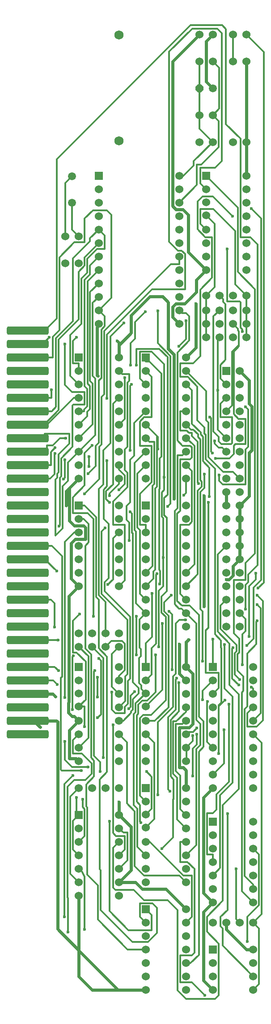
<source format=gtl>
G04 Layer_Physical_Order=1*
G04 Layer_Color=255*
%FSLAX44Y44*%
%MOMM*%
G71*
G01*
G75*
G04:AMPARAMS|DCode=10|XSize=1.57mm|YSize=8mm|CornerRadius=0.3925mm|HoleSize=0mm|Usage=FLASHONLY|Rotation=90.000|XOffset=0mm|YOffset=0mm|HoleType=Round|Shape=RoundedRectangle|*
%AMROUNDEDRECTD10*
21,1,1.5700,7.2150,0,0,90.0*
21,1,0.7850,8.0000,0,0,90.0*
1,1,0.7850,3.6075,0.3925*
1,1,0.7850,3.6075,-0.3925*
1,1,0.7850,-3.6075,-0.3925*
1,1,0.7850,-3.6075,0.3925*
%
%ADD10ROUNDEDRECTD10*%
%ADD11C,0.3000*%
%ADD12C,0.6000*%
%ADD13C,1.5240*%
%ADD14R,1.5240X1.5240*%
%ADD15C,1.5000*%
%ADD16P,1.6236X8X202.5*%
%ADD17C,1.7500*%
%ADD18C,0.6000*%
D10*
X-45720Y1282700D02*
D03*
Y673100D02*
D03*
Y647700D02*
D03*
Y1308100D02*
D03*
Y1206500D02*
D03*
Y1231900D02*
D03*
Y1257300D02*
D03*
Y1104900D02*
D03*
Y1130300D02*
D03*
Y1155700D02*
D03*
Y1181100D02*
D03*
Y1003300D02*
D03*
Y1028700D02*
D03*
Y1054100D02*
D03*
Y1079500D02*
D03*
Y901700D02*
D03*
Y927100D02*
D03*
Y952500D02*
D03*
Y977900D02*
D03*
Y800100D02*
D03*
Y825500D02*
D03*
Y850900D02*
D03*
Y876300D02*
D03*
Y723900D02*
D03*
Y749300D02*
D03*
Y774700D02*
D03*
Y698500D02*
D03*
Y622300D02*
D03*
Y596900D02*
D03*
Y571500D02*
D03*
Y546100D02*
D03*
D11*
X198921Y1109179D02*
X200661Y1107439D01*
X198921Y1013268D02*
Y1109179D01*
X177800Y1249173D02*
X184659D01*
X254000Y550164D02*
X267209D01*
X354077Y1278129D02*
Y1281176D01*
X313945Y1195324D02*
Y1295400D01*
Y1121155D02*
Y1195324D01*
X212853Y1007077D02*
Y1030732D01*
X315977Y598424D02*
Y600710D01*
Y509524D02*
Y598424D01*
X-13461Y1104900D02*
Y1113028D01*
X-9397Y1079500D02*
Y1091439D01*
X-14478Y1130300D02*
X-8947D01*
X166625Y430275D02*
X177800Y419100D01*
X166625Y430275D02*
Y576522D01*
X172780Y582677D01*
X188170D01*
X215647Y610153D01*
Y767375D01*
X207439Y775583D02*
X215647Y767375D01*
X207439Y775583D02*
Y806117D01*
X217679Y816357D01*
Y954636D01*
X212956Y959359D02*
X217679Y954636D01*
X212956Y959359D02*
Y991824D01*
X219353Y998221D01*
Y1257793D01*
X203590Y1273557D02*
X219353Y1257793D01*
X160021Y1273557D02*
X203590D01*
X160021Y1243076D02*
Y1273557D01*
X115825Y331725D02*
X127000Y342900D01*
X115825Y256541D02*
Y331725D01*
Y256541D02*
X119889Y252477D01*
X154687D01*
X174753Y232411D01*
X219457D01*
X237745Y214123D01*
Y62738D02*
Y214123D01*
Y62738D02*
X254001Y46483D01*
X309119D01*
X315977Y53341D01*
Y150877D01*
X293680Y173173D02*
X315977Y150877D01*
X293680Y173173D02*
Y201677D01*
X323724Y231720D01*
Y411988D01*
X354227Y442492D01*
Y621609D01*
X336551Y639286D02*
X354227Y621609D01*
X336551Y639286D02*
Y716788D01*
X313945Y739395D02*
X336551Y716788D01*
X313945Y739395D02*
Y885444D01*
X330200Y901700D01*
X342900Y1041401D02*
X355600Y1028700D01*
X324162Y1041401D02*
X342900D01*
X296137Y1069425D02*
X324162Y1041401D01*
X296137Y1069425D02*
Y1134518D01*
X292204Y1138451D02*
X296137Y1134518D01*
X292204Y1138451D02*
Y1193696D01*
X254000Y1231900D02*
X292204Y1193696D01*
X242880Y1155700D02*
X254000D01*
X242880Y1119125D02*
Y1155700D01*
Y1119125D02*
X255271D01*
X259589Y1114807D01*
X265177D01*
Y1108529D02*
Y1114807D01*
Y1108529D02*
X276136Y1097570D01*
Y1020535D02*
Y1097570D01*
Y1020535D02*
X277623Y1019048D01*
X254000Y1054100D02*
X265211Y1042889D01*
Y946875D02*
Y1042889D01*
X259716Y941380D02*
X265211Y946875D01*
X242825Y941380D02*
X259716D01*
X242825Y811275D02*
Y941380D01*
Y811275D02*
X254000Y800100D01*
X316993Y1024382D02*
Y1035304D01*
Y1024382D02*
X323851Y1017524D01*
X366720D01*
Y1083644D01*
X371721Y1088644D01*
Y1158631D01*
X366777Y1163575D02*
X371721Y1158631D01*
X299053Y1144525D02*
X301137Y1142440D01*
Y1079608D02*
Y1142440D01*
Y1079608D02*
X303785Y1076961D01*
X200661Y1084072D02*
Y1107439D01*
X146547Y911861D02*
Y945353D01*
X141582Y950318D02*
X146547Y945353D01*
X141582Y950318D02*
Y976686D01*
X148121Y983224D01*
Y1064045D01*
X155449Y1071373D01*
Y1133348D01*
X177800Y1155700D01*
X322580Y1087121D02*
X330200Y1079500D01*
X315723Y1087121D02*
X322580D01*
X308103Y1094741D02*
X315723Y1087121D01*
X308103Y1094741D02*
Y1099820D01*
X115825Y1169924D02*
X127000Y1181100D01*
X115825Y1017595D02*
Y1169924D01*
X102880Y1004650D02*
X115825Y1017595D01*
X102880Y989683D02*
Y1004650D01*
Y989683D02*
X109082Y983480D01*
X355600Y774700D02*
X366777Y763523D01*
Y740665D02*
Y763523D01*
X360935Y734822D02*
X366777Y740665D01*
X360935Y676885D02*
Y734822D01*
X50800Y342900D02*
X61920Y354020D01*
Y404877D01*
X58421Y408376D02*
X61920Y404877D01*
X58421Y408376D02*
Y423164D01*
X50800Y292100D02*
X56389Y286511D01*
X61977Y277820D01*
Y177547D02*
Y277820D01*
X240285Y1278129D02*
X253747Y1291591D01*
Y1326897D01*
X386081Y838050D02*
Y849631D01*
X373381Y825350D02*
X386081Y838050D01*
X373381Y730759D02*
Y825350D01*
X388875Y790470D02*
X395121Y784223D01*
Y585621D02*
Y784223D01*
X381000Y571500D02*
X395121Y585621D01*
X-45720Y647700D02*
X2287D01*
X10415Y639572D01*
X24385Y497840D02*
Y532131D01*
Y497840D02*
X38101Y484124D01*
X68581D01*
X266701Y467107D02*
Y518669D01*
X274136Y526104D01*
Y546100D01*
X347179Y1395261D02*
X368300Y1374140D01*
X347179Y1395261D02*
Y1496252D01*
X305889Y1537542D02*
X347179Y1496252D01*
X280925Y1537542D02*
X305889D01*
X280925Y1509776D02*
Y1537542D01*
Y1509776D02*
X292100Y1498600D01*
Y1600200D02*
X352180Y1540120D01*
Y1418455D02*
Y1540120D01*
Y1418455D02*
X384721Y1385914D01*
Y886967D02*
Y1385914D01*
X366777Y869023D02*
X384721Y886967D01*
X366777Y837569D02*
Y869023D01*
X344425Y837569D02*
X366777D01*
X344425Y736093D02*
Y837569D01*
Y736093D02*
X354655Y725862D01*
Y700278D02*
Y725862D01*
X351791Y697414D02*
X354655Y700278D01*
X351791Y666035D02*
Y697414D01*
Y666035D02*
X362355Y655471D01*
Y627680D02*
Y655471D01*
X359665Y624989D02*
X362355Y627680D01*
X359665Y249935D02*
Y624989D01*
Y249935D02*
X381000Y228600D01*
X200407Y1283811D02*
Y1345439D01*
Y1283811D02*
X224353Y1259864D01*
Y980765D02*
Y1259864D01*
X219457Y975869D02*
X224353Y980765D01*
X197359Y847345D02*
X198883Y848868D01*
X197359Y716535D02*
Y847345D01*
X188977Y708152D02*
X197359Y716535D01*
X188977Y658876D02*
Y708152D01*
X177800Y647700D02*
X188977Y658876D01*
X148685Y618585D02*
X156464Y626364D01*
X148685Y597503D02*
Y618585D01*
X145543Y594361D02*
X148685Y597503D01*
X266447Y533147D02*
Y543052D01*
X254000Y520700D02*
X266447Y533147D01*
X241554Y279146D02*
X254000Y266700D01*
X174753Y279146D02*
X241554D01*
X156679Y297220D02*
X174753Y279146D01*
X156679Y297220D02*
Y400516D01*
X142090Y415105D02*
X156679Y400516D01*
X142090Y415105D02*
Y531010D01*
X127000Y546100D02*
X142090Y531010D01*
X127000Y596900D02*
X138685Y608585D01*
Y655321D01*
X143120Y659756D01*
Y762137D01*
X94159Y811098D02*
X143120Y762137D01*
X94159Y811098D02*
Y928549D01*
X100585Y934975D01*
X249937Y996951D02*
X254000Y1001014D01*
Y1028700D01*
X242825Y342900D02*
X254000D01*
X242825Y304800D02*
Y342900D01*
Y304800D02*
X257026D01*
X270257Y291570D01*
Y133604D02*
Y291570D01*
X265177Y128525D02*
X270257Y133604D01*
X242825Y128525D02*
X265177D01*
X242825Y77470D02*
Y128525D01*
Y77470D02*
X265177D01*
X289561Y53087D01*
X157735Y1324102D02*
X176785Y1343152D01*
X157735Y1292352D02*
Y1324102D01*
X149353Y1283970D02*
X157735Y1292352D01*
X149353Y1243076D02*
Y1283970D01*
X61977Y1076706D02*
X76201Y1090930D01*
X61977Y1015492D02*
Y1076706D01*
X39625Y993140D02*
X61977Y1015492D01*
X39625Y963677D02*
Y993140D01*
Y963677D02*
X67565D01*
X78995Y952246D01*
Y768858D02*
Y952246D01*
X159767Y695960D02*
Y768858D01*
X196851Y625857D02*
Y695960D01*
X180341Y609347D02*
X196851Y625857D01*
X171451Y609347D02*
X180341D01*
X163686Y601582D02*
X171451Y609347D01*
X163686Y584461D02*
Y601582D01*
X160529Y581303D02*
X163686Y584461D01*
X160529Y418592D02*
Y581303D01*
Y418592D02*
X166680Y412441D01*
Y380691D02*
Y412441D01*
Y380691D02*
X168403Y378969D01*
X381000Y190500D02*
X397121Y206620D01*
Y529980D01*
X381000Y546100D02*
X397121Y529980D01*
X323089Y146812D02*
X381000Y88900D01*
X323089Y146812D02*
Y179324D01*
X319080Y183333D02*
X323089Y179324D01*
X319080Y183333D02*
Y200903D01*
X332487Y214310D01*
Y395718D01*
X110745Y1297178D02*
X136145Y1322578D01*
X110745Y1094995D02*
Y1297178D01*
X97283Y1081533D02*
X110745Y1094995D01*
X97283Y1017088D02*
Y1081533D01*
X89159Y1008964D02*
X97283Y1017088D01*
X89159Y808050D02*
Y1008964D01*
Y808050D02*
X101600Y795609D01*
Y736600D02*
Y795609D01*
X88901Y689102D02*
X92861Y685142D01*
Y583335D02*
Y685142D01*
X86361Y576834D02*
X92861Y583335D01*
X23623Y451613D02*
X39625Y467615D01*
X23623Y201677D02*
Y451613D01*
X127000Y571500D02*
X135472D01*
X150121Y586149D01*
Y589115D01*
X153685Y592680D01*
Y612141D01*
X164743Y623198D01*
Y632864D01*
X153121Y644486D02*
X164743Y632864D01*
X153121Y644486D02*
Y924938D01*
X151679Y926379D02*
X153121Y924938D01*
X151679Y926379D02*
Y962325D01*
X148083Y965922D02*
X151679Y962325D01*
X348997Y197104D02*
X355600Y190500D01*
X348997Y197104D02*
Y292100D01*
X369825Y585724D02*
X381000Y596900D01*
X369825Y560325D02*
Y585724D01*
Y560325D02*
X388113D01*
X400121Y572333D01*
Y796982D01*
X388875Y808229D02*
X400121Y796982D01*
X177800Y1249173D02*
Y1257300D01*
X184659Y1249173D02*
X207161Y1226670D01*
Y1070102D02*
Y1226670D01*
X203963Y1066904D02*
X207161Y1070102D01*
X203963Y1009275D02*
Y1066904D01*
X202956Y1008268D02*
X203963Y1009275D01*
X202956Y856657D02*
Y1008268D01*
Y856657D02*
X205383Y854230D01*
Y831215D02*
Y854230D01*
X203963Y829795D02*
X205383Y831215D01*
X177800Y546100D02*
X193920Y529980D01*
Y385620D02*
Y529980D01*
X177800Y369500D02*
X193920Y385620D01*
X109475Y996189D02*
Y1000760D01*
X127000Y1018286D01*
Y1028700D01*
X298464Y994410D02*
Y1049007D01*
X286137Y1061335D02*
X298464Y1049007D01*
X286137Y1061335D02*
Y1107570D01*
X281626Y1112081D02*
X286137Y1107570D01*
X281626Y1112081D02*
Y1115630D01*
X265177Y1132078D02*
X281626Y1115630D01*
X265177Y1132078D02*
Y1195323D01*
X254000Y1206500D02*
X265177Y1195323D01*
X242825Y404875D02*
X254000Y393700D01*
X242825Y404875D02*
Y468234D01*
X234879Y476179D02*
X242825Y468234D01*
X234879Y476179D02*
Y565221D01*
X247721D01*
X254000Y571500D01*
X212439Y795115D02*
X226061Y808736D01*
X212439Y777654D02*
Y795115D01*
Y777654D02*
X220727Y769367D01*
Y597074D02*
Y769367D01*
X195152Y571500D02*
X220727Y597074D01*
X177800Y571500D02*
X195152D01*
X127000Y1045211D02*
Y1054100D01*
Y1045211D02*
X138120Y1034091D01*
Y1018141D02*
Y1034091D01*
X127001Y1007021D02*
X138120Y1018141D01*
X254000Y850900D02*
X270211Y867111D01*
Y1090240D01*
X264747Y1095704D02*
X270211Y1090240D01*
X254000Y1104900D02*
X264747Y1095704D01*
X304800Y469900D02*
X325629Y490728D01*
Y554482D01*
X313945Y1121155D02*
X330200Y1104900D01*
X211075Y825247D02*
Y879603D01*
X202439Y816610D02*
X211075Y825247D01*
X202439Y711200D02*
Y816610D01*
X79757Y664211D02*
X81281Y665734D01*
X79757Y504953D02*
Y664211D01*
Y504953D02*
X91695Y493014D01*
Y475234D02*
Y493014D01*
X179325Y475234D02*
X188920Y465639D01*
Y405620D02*
Y465639D01*
X177800Y394500D02*
X188920Y405620D01*
X211075Y879603D02*
Y953629D01*
X207956Y956748D02*
X211075Y953629D01*
X207956Y956748D02*
Y1002181D01*
X212853Y1007077D01*
X188920Y1268476D02*
X212853Y1244544D01*
X166625Y1217675D02*
Y1268476D01*
X241300Y1433577D02*
Y1447800D01*
X225662Y1433577D02*
X241300D01*
X98807Y1306721D02*
X225662Y1433577D01*
X98807Y1187446D02*
Y1306721D01*
X94239Y1182878D02*
X98807Y1187446D01*
X94239Y1093062D02*
Y1182878D01*
X89742Y1088565D02*
X94239Y1093062D01*
X89742Y1027591D02*
Y1088565D01*
X61977Y999825D02*
X89742Y1027591D01*
X304800Y1714500D02*
X316993Y1726693D01*
Y1803907D01*
X304800Y1816100D02*
X316993Y1803907D01*
X241300Y1346200D02*
X246396Y1341104D01*
X254001D01*
X260420Y1334685D01*
Y1289007D02*
Y1334685D01*
X237880Y1266467D02*
X260420Y1289007D01*
X237880Y1100447D02*
Y1266467D01*
Y1100447D02*
X247651Y1090676D01*
X262013D01*
X265120Y1087569D01*
Y1068380D02*
Y1087569D01*
X262017Y1065276D02*
X265120Y1068380D01*
X242831Y1065276D02*
X262017D01*
X242831Y967943D02*
Y1065276D01*
X237561Y962673D02*
X242831Y967943D01*
X237561Y797689D02*
Y962673D01*
Y797689D02*
X246325Y788924D01*
X260835D01*
X278385Y771375D01*
Y579246D02*
Y771375D01*
Y579246D02*
X287297Y570334D01*
Y521944D02*
Y570334D01*
X278385Y513031D02*
X287297Y521944D01*
X278385Y129738D02*
Y513031D01*
X262947Y114300D02*
X278385Y129738D01*
X254000Y114300D02*
X262947D01*
X38100Y1498600D02*
Y1549400D01*
Y1498600D02*
X50800Y1485900D01*
X25400D02*
Y1586700D01*
X38100Y1599400D01*
X50800Y977900D02*
X61583D01*
X84159Y955324D01*
Y804842D02*
Y955324D01*
Y804842D02*
X88901Y800100D01*
Y708173D02*
Y800100D01*
Y708173D02*
X104395Y692679D01*
Y474473D02*
Y692679D01*
X90425Y460503D02*
X104395Y474473D01*
X90425Y291084D02*
Y460503D01*
Y291084D02*
X92203Y289307D01*
Y214377D02*
Y289307D01*
Y214377D02*
X152655Y153925D01*
X182373D01*
X199137Y170688D01*
Y218440D01*
X190501Y227076D02*
X199137Y218440D01*
X166625Y227076D02*
X190501D01*
X166625Y201675D02*
Y227076D01*
Y201675D02*
X177800Y190500D01*
X127000Y1231900D02*
X133199Y1225701D01*
X146201D01*
Y1212700D02*
Y1225701D01*
X143120Y1209620D02*
X146201Y1212700D01*
X143120Y1088780D02*
Y1209620D01*
X138177Y1083836D02*
X143120Y1088780D01*
X138177Y1044820D02*
Y1083836D01*
Y1044820D02*
X143120Y1039876D01*
Y1012580D02*
Y1039876D01*
X115880Y985339D02*
X143120Y1012580D01*
X115880Y941380D02*
Y985339D01*
Y941380D02*
X138177D01*
Y836676D02*
Y941380D01*
X127000Y825500D02*
X138177Y836676D01*
X13463Y939037D02*
X15290Y940865D01*
Y1030501D01*
X17465Y1032676D01*
Y1066993D01*
X38863Y1088391D01*
Y1166115D01*
X40895Y1168147D01*
X61920D01*
Y1192277D01*
X38101D02*
X61920D01*
X24893Y1205484D02*
X38101Y1192277D01*
X24893Y1205484D02*
Y1282700D01*
X315977Y598424D02*
X327661Y610108D01*
X-45720Y800100D02*
X-1269D01*
X5335Y793496D01*
Y748030D02*
Y793496D01*
X39117Y692404D02*
X40387Y693674D01*
X39117Y592836D02*
Y692404D01*
X115825Y359646D02*
Y563800D01*
Y359646D02*
X121394Y354076D01*
X138120D01*
Y328620D02*
Y354076D01*
X127000Y317500D02*
X138120Y328620D01*
X234292Y649582D02*
X236221Y651510D01*
X234292Y592432D02*
Y649582D01*
X219879Y578019D02*
X234292Y592432D01*
X219879Y441538D02*
Y578019D01*
Y441538D02*
X223267Y438150D01*
X-45720Y876300D02*
X-13207D01*
X9145Y853949D01*
X189739Y729489D02*
Y811531D01*
X177800Y717551D02*
X189739Y729489D01*
X177800Y673100D02*
Y717551D01*
X88900Y1346200D02*
X100077Y1335023D01*
Y1316250D02*
Y1335023D01*
X93727Y1309900D02*
X100077Y1316250D01*
X93727Y1218185D02*
Y1309900D01*
X89155Y1213613D02*
X93727Y1218185D01*
X89155Y1096011D02*
Y1213613D01*
X83361Y1090217D02*
X89155Y1096011D01*
X83361Y1052625D02*
Y1090217D01*
X68581Y1037844D02*
X83361Y1052625D01*
X50800Y1104900D02*
X76921Y1131021D01*
Y1208151D01*
X72401Y1212671D02*
X76921Y1208151D01*
X72401Y1212671D02*
Y1380501D01*
X88900Y1397000D01*
X34680Y1222620D02*
X50800Y1206500D01*
X34680Y1222620D02*
Y1299153D01*
X56135Y1320607D01*
Y1406398D01*
X66920Y1417184D01*
Y1443092D01*
X85853Y1462025D01*
X100077D01*
Y1487424D01*
X88900Y1498600D02*
X100077Y1487424D01*
X50800Y1231900D02*
Y1246180D01*
X39680D02*
X50800D01*
X39680D02*
Y1288852D01*
X46229Y1295401D01*
X381000Y254000D02*
Y262129D01*
X364745Y278384D02*
X381000Y262129D01*
X364745Y278384D02*
Y593344D01*
X369825Y598424D01*
Y698421D01*
X387176Y715772D01*
Y758524D01*
X388621Y759968D01*
X366777Y781813D02*
Y827612D01*
X371777Y832613D01*
Y847519D01*
X389721Y865463D01*
Y1470830D01*
X376175Y1484377D02*
X389721Y1470830D01*
X357180Y1484377D02*
X376175D01*
X357180D02*
Y1669995D01*
X329693Y1697482D02*
X357180Y1669995D01*
X329693Y1697482D02*
Y1876806D01*
X322327Y1884173D02*
X329693Y1876806D01*
X262129Y1884173D02*
X322327D01*
X9145Y1631189D02*
X262129Y1884173D01*
X9145Y1330706D02*
Y1631189D01*
X-13461Y1308100D02*
X9145Y1330706D01*
X-45720Y1308100D02*
X-13461D01*
X326899Y632018D02*
Y715518D01*
Y632018D02*
X342161Y616756D01*
Y454372D02*
Y616756D01*
X318723Y430935D02*
X342161Y454372D01*
X318723Y293323D02*
Y430935D01*
X304800Y279400D02*
X318723Y293323D01*
X280925Y1585975D02*
X292100Y1574800D01*
X280925Y1585975D02*
Y1615186D01*
X309119D01*
X322073Y1628141D01*
Y1869440D01*
X313437Y1878076D02*
X322073Y1869440D01*
X265939Y1878076D02*
X313437D01*
X221997Y1834135D02*
X265939Y1878076D01*
X221997Y1475741D02*
Y1834135D01*
Y1475741D02*
X238761Y1458976D01*
X245850D01*
X252477Y1452350D01*
Y1385824D02*
Y1452350D01*
X189588Y1385824D02*
X252477D01*
X104141Y1300377D02*
X189588Y1385824D01*
X104141Y1180339D02*
Y1300377D01*
X113539Y592836D02*
Y625602D01*
Y592836D02*
X120651Y585724D01*
X138177D01*
Y597742D01*
X143685Y603251D01*
Y646567D01*
X148121Y651003D01*
Y767550D01*
X99569Y816103D02*
X148121Y767550D01*
X99569Y816103D02*
Y832867D01*
X107189Y840487D01*
Y943102D01*
X97879Y952412D02*
X107189Y943102D01*
X97879Y952412D02*
Y1007689D01*
X104141Y1013950D01*
Y1062737D01*
X24385Y1030225D02*
Y1064260D01*
X21845Y1027684D02*
X24385Y1030225D01*
X304547Y1561339D02*
X341885Y1524000D01*
X285243Y1561339D02*
X304547D01*
X275845Y1551940D02*
X285243Y1561339D01*
X275845Y1498855D02*
Y1551940D01*
Y1498855D02*
X290323Y1484377D01*
X303220D01*
Y1407668D02*
Y1484377D01*
X280925Y1385373D02*
X303220Y1407668D01*
X280925Y1259840D02*
Y1385373D01*
X267209Y1246124D02*
X280925Y1259840D01*
X242880Y1246124D02*
X267209D01*
X242880Y1220724D02*
Y1246124D01*
Y1220724D02*
X257049D01*
X275591Y1202182D01*
Y1138428D02*
Y1202182D01*
Y1138428D02*
X289053Y1124967D01*
Y1113537D02*
Y1124967D01*
Y1113537D02*
X291137Y1111452D01*
Y1065023D02*
Y1111452D01*
Y1065023D02*
X308865Y1047295D01*
Y734314D02*
Y1047295D01*
Y734314D02*
X320295Y722885D01*
Y708914D02*
Y722885D01*
Y708914D02*
X321057Y708152D01*
Y605790D02*
Y708152D01*
X315977Y600710D02*
X321057Y605790D01*
X254000Y774700D02*
X273305Y755396D01*
Y573121D02*
Y755396D01*
Y573121D02*
X281121Y565305D01*
Y525848D02*
Y565305D01*
X273305Y518032D02*
X281121Y525848D01*
X273305Y336805D02*
Y518032D01*
X254000Y317500D02*
X273305Y336805D01*
X254000Y546100D02*
Y550164D01*
X267209D02*
X274575Y557531D01*
X341551Y651082D02*
X353823Y638811D01*
X341551Y651082D02*
Y707311D01*
X343155Y708914D01*
X254000Y495300D02*
X254913Y496213D01*
Y519787D01*
X254000Y520700D02*
X254913Y519787D01*
X200661Y431547D02*
Y568895D01*
X229292Y597526D01*
Y655137D01*
X234189Y660034D01*
Y754889D01*
X241301Y762001D01*
X252985D01*
X208281Y329947D02*
X229617Y351283D01*
Y422733D01*
X230361Y423477D01*
Y460697D01*
X224879Y466179D02*
X230361Y460697D01*
X224879Y466179D02*
Y573113D01*
X240793Y589026D01*
Y643636D01*
X227585Y667766D02*
Y771907D01*
X221743Y777748D02*
X227585Y771907D01*
X236912Y385388D02*
X254000Y368300D01*
X236912Y385388D02*
Y464146D01*
X229879Y471179D02*
X236912Y464146D01*
X229879Y471179D02*
Y570221D01*
X235772D01*
X254000Y588449D01*
Y596900D01*
X42164Y927100D02*
X50800D01*
X24385Y909321D02*
X42164Y927100D01*
X24385Y615443D02*
Y909321D01*
X-45720Y673100D02*
X5106D01*
X12447Y665759D01*
X284989Y611180D02*
Y627888D01*
X304800Y647700D01*
X39680Y534980D02*
X50800Y546100D01*
X39680Y509524D02*
Y534980D01*
Y509524D02*
X56745D01*
X75081Y491189D01*
Y471020D02*
Y491189D01*
X63701Y459641D02*
X75081Y471020D01*
X42065Y459641D02*
X63701D01*
X29465Y447040D02*
X42065Y459641D01*
X29465Y237745D02*
Y447040D01*
Y237745D02*
X30227Y236982D01*
Y172467D02*
Y236982D01*
X50800Y952500D02*
X60150D01*
X69921Y942729D01*
Y907979D02*
Y942729D01*
X63501Y901559D02*
X69921Y907979D01*
X63501Y707391D02*
Y901559D01*
Y707391D02*
X74630Y696261D01*
Y501640D02*
Y696261D01*
Y501640D02*
X80081Y496189D01*
Y466020D02*
Y496189D01*
X65025Y450963D02*
X80081Y466020D01*
X65025Y409820D02*
Y450963D01*
Y409820D02*
X66920Y407924D01*
Y280924D02*
Y407924D01*
Y280924D02*
X87123Y260722D01*
Y196089D02*
Y260722D01*
Y196089D02*
X143511Y139700D01*
X177800D01*
X19051Y477520D02*
X55881D01*
X17273Y479299D02*
X19051Y477520D01*
X17273Y479299D02*
Y652272D01*
X19305Y654305D01*
Y882396D01*
X1Y901700D02*
X19305Y882396D01*
X-45720Y901700D02*
X1D01*
X377445Y1538224D02*
X396161Y1519508D01*
Y836851D02*
Y1519508D01*
X382016Y822706D02*
X396161Y836851D01*
X382016Y726186D02*
Y822706D01*
X369063Y713232D02*
X382016Y726186D01*
X86361Y615951D02*
Y653796D01*
X161680Y333620D02*
X177800Y317500D01*
X161680Y333620D02*
Y405541D01*
X155112Y412108D02*
X161680Y405541D01*
X155112Y412108D02*
Y584106D01*
X158686Y587679D01*
Y603986D01*
X177800Y623100D01*
X360681Y1306577D02*
Y1309879D01*
X357125Y1313434D02*
X360681Y1309879D01*
X357125Y1313434D02*
Y1361242D01*
X355347Y1363020D02*
X357125Y1361242D01*
X331780Y1363020D02*
X355347D01*
X331780D02*
Y1462080D01*
X296165Y746760D02*
Y983488D01*
X291593Y742188D02*
X296165Y746760D01*
X291593Y661925D02*
Y742188D01*
Y661925D02*
X315977D01*
Y633476D02*
Y661925D01*
X304800Y622300D02*
X315977Y633476D01*
X304800Y304800D02*
Y319025D01*
X293680D02*
X304800D01*
X293680D02*
Y397002D01*
X304801D01*
X311405Y403606D01*
Y432562D01*
X335027Y456185D01*
Y602234D01*
X284989Y684023D02*
Y778002D01*
X281282Y781709D02*
X284989Y778002D01*
X281282Y781709D02*
Y1003046D01*
X289137Y1010901D01*
Y1037337D01*
X70105Y1051307D02*
Y1070102D01*
X-45720Y1104900D02*
X-13461D01*
Y1113028D02*
X32917D01*
Y1094671D02*
Y1113028D01*
X12465Y1074220D02*
X32917Y1094671D01*
X12465Y1040106D02*
Y1074220D01*
X10290Y1037931D02*
X12465Y1040106D01*
X10290Y1030311D02*
Y1037931D01*
X6605Y1026625D02*
X10290Y1030311D01*
X6605Y920751D02*
Y1026625D01*
Y920751D02*
X20321Y934466D01*
Y1014435D01*
X30297Y1024411D01*
Y1058997D01*
X50800Y1079500D01*
X247124Y1072624D02*
X254000Y1079500D01*
X237745Y1072624D02*
X247124D01*
X237745Y972857D02*
Y1072624D01*
X232561Y967673D02*
X237745Y972857D01*
X232561Y791086D02*
Y967673D01*
Y791086D02*
X240721Y782927D01*
X245774D01*
X254000Y774700D01*
X344425Y1268476D02*
X354077Y1278129D01*
X344425Y1150113D02*
Y1268476D01*
Y1150113D02*
X353061Y1141477D01*
X366720D01*
Y1093725D02*
Y1141477D01*
X347473Y1093725D02*
X366720D01*
X344425Y1090676D02*
X347473Y1093725D01*
X344425Y1074675D02*
Y1090676D01*
X336551Y1066801D02*
X344425Y1074675D01*
X310285Y1066801D02*
X336551D01*
X319080Y1169980D02*
X330200Y1181100D01*
X319080Y1144525D02*
Y1169980D01*
Y1144525D02*
X341377D01*
Y1095621D02*
Y1144525D01*
X339480Y1093725D02*
X341377Y1095621D01*
X321057Y1093725D02*
X339480D01*
X315860Y1098921D02*
X321057Y1093725D01*
X315860Y1098921D02*
Y1107578D01*
X306138Y1117301D02*
X315860Y1107578D01*
X306138Y1117301D02*
Y1334838D01*
X317500Y1346200D01*
X212853Y1030732D02*
Y1244544D01*
X166625Y1268476D02*
X188920D01*
X166625Y1217675D02*
X177800Y1206500D01*
X254000Y825500D02*
X276282Y847782D01*
Y1005436D01*
X284136Y1013290D01*
Y1022580D01*
X281136Y1025580D02*
X284136Y1022580D01*
X281136Y1025580D02*
Y1102570D01*
X276625Y1107081D02*
X281136Y1102570D01*
X276625Y1107081D02*
Y1111951D01*
X267718Y1120858D02*
X276625Y1111951D01*
X263442Y1120858D02*
X267718D01*
X254000Y1130300D02*
X263442Y1120858D01*
X368300Y1866900D02*
X401161Y1834039D01*
Y832349D02*
Y1834039D01*
X390756Y821945D02*
X401161Y832349D01*
X319025Y788924D02*
X330200Y800100D01*
X319025Y744749D02*
Y788924D01*
Y744749D02*
X349655Y714118D01*
Y702414D02*
Y714118D01*
X346551Y699310D02*
X349655Y702414D01*
X346551Y658274D02*
Y699310D01*
Y658274D02*
X355855Y648970D01*
X377973Y635000D02*
X381000Y631973D01*
Y622300D02*
Y631973D01*
X165975Y762875D02*
X177800Y774700D01*
X165975Y709373D02*
Y762875D01*
Y709373D02*
X168926Y706422D01*
Y693204D02*
Y706422D01*
X165183Y689460D02*
X168926Y693204D01*
X165183Y642425D02*
Y689460D01*
Y642425D02*
X169743Y637865D01*
Y631157D02*
Y637865D01*
Y631157D02*
X177800Y623100D01*
X50800Y520700D02*
X69192Y539092D01*
Y692808D01*
X50800Y711200D02*
X69192Y692808D01*
X50800Y1079500D02*
X81921Y1110621D01*
Y1217671D01*
X77401Y1222191D02*
X81921Y1217671D01*
X77401Y1222191D02*
Y1360101D01*
X88900Y1371600D01*
X209043Y629342D02*
Y755396D01*
X177800Y598100D02*
X209043Y629342D01*
X109221Y212090D02*
Y382016D01*
Y212090D02*
X145035Y176276D01*
X188977D01*
Y204723D01*
X177800Y215900D02*
X188977Y204723D01*
X-45720Y1155700D02*
X-253D01*
X7621Y1163574D01*
Y1293622D01*
X39625Y1325627D01*
Y1443990D01*
X72391Y1476756D01*
Y1482090D01*
X88900Y1498600D01*
X-45720Y1028700D02*
X-3302D01*
X5290Y1037292D01*
Y1075392D01*
X6097Y1076199D01*
X-45720Y1079500D02*
X-9397D01*
Y1091439D02*
X1525D01*
X14987Y1104901D01*
X26163D01*
X39625Y759715D02*
X52571Y772660D01*
X39625Y700278D02*
Y759715D01*
Y700278D02*
X46991D01*
X64192Y683077D01*
Y611492D02*
Y683077D01*
X50800Y598100D02*
X64192Y611492D01*
X304800Y673100D02*
Y725157D01*
X159075Y793425D02*
X177800Y774700D01*
X159075Y793425D02*
Y928984D01*
X156679Y931379D02*
X159075Y928984D01*
X156679Y931379D02*
Y1058379D01*
X177800Y1079500D01*
X330200Y1155700D02*
X341377Y1166877D01*
Y1268476D01*
X354077Y1281176D01*
Y1306537D01*
X352180Y1308434D02*
X354077Y1306537D01*
X352180Y1308434D02*
Y1311520D01*
X342900Y1320800D02*
X352180Y1311520D01*
X313945Y1295400D02*
X317500D01*
X127000Y1130300D02*
X138120Y1141420D01*
X148337Y1081533D02*
Y1203960D01*
X150877Y1206500D01*
X138120Y1141420D02*
Y1219201D01*
X292100Y1374140D02*
X308221Y1390260D01*
Y1509080D01*
X292100Y1525200D02*
X308221Y1509080D01*
X-45720Y1054100D02*
X-2031D01*
Y1078484D01*
X6097Y1086612D01*
X-45720Y1181100D02*
X-761D01*
Y1196340D01*
X177800Y825500D02*
X192280Y839980D01*
Y853554D01*
X195256Y856530D01*
Y1009603D01*
X198921Y1013268D01*
X177800Y1130300D02*
X198921Y1109179D01*
X177800Y850900D02*
X190256Y863356D01*
Y1014604D01*
X193920Y1018268D01*
Y1097963D01*
X184737D02*
X193920D01*
X177800Y1104900D02*
X184737Y1097963D01*
X166625Y811275D02*
X177800Y800100D01*
X166625Y811275D02*
Y931435D01*
X161680Y936380D02*
X166625Y931435D01*
X161680Y936380D02*
Y1037980D01*
X177800Y1054100D01*
X369825Y154432D02*
Y201423D01*
X392120Y223718D01*
Y319080D01*
X381000Y330200D02*
X392120Y319080D01*
X317500Y1374140D02*
X324217Y1367423D01*
Y1362479D02*
Y1367423D01*
Y1362479D02*
X328677Y1358020D01*
Y1252673D02*
Y1358020D01*
X319080Y1243076D02*
X328677Y1252673D01*
X319080Y1217620D02*
Y1243076D01*
Y1217620D02*
X330200Y1206500D01*
X113272Y636028D02*
X127000Y622300D01*
X113272Y636028D02*
Y697472D01*
X127000Y711200D01*
X101600D02*
X112777Y722376D01*
X132843D01*
X138120Y717099D01*
Y666749D02*
Y717099D01*
X127000Y655629D02*
X138120Y666749D01*
X127000Y647700D02*
Y655629D01*
X254000Y190500D02*
X265177Y201677D01*
Y279401D01*
X248921D02*
X265177D01*
X185421Y342900D02*
X248921Y279401D01*
X177800Y342900D02*
X185421D01*
X97861Y501651D02*
Y689539D01*
X76200Y711200D02*
X97861Y689539D01*
X115880Y915980D02*
X127000Y927100D01*
X115880Y838405D02*
Y915980D01*
X106198Y828723D02*
X115880Y838405D01*
X-45720Y723900D02*
X11939D01*
X177800Y1231900D02*
X188977Y1220723D01*
Y1144525D02*
Y1220723D01*
X174753Y1144525D02*
X188977D01*
X166625Y1136396D02*
X174753Y1144525D01*
X166625Y1090676D02*
Y1136396D01*
Y1090676D02*
X188920D01*
Y1022060D02*
Y1090676D01*
X166680Y999820D02*
X188920Y1022060D01*
X166680Y941380D02*
Y999820D01*
Y941380D02*
X177800D01*
Y927100D02*
Y941380D01*
X50800Y598100D02*
X61977D01*
Y560070D02*
Y598100D01*
X46991Y397509D02*
Y426721D01*
Y397509D02*
X50800Y393700D01*
X127000Y368300D02*
X135227Y360074D01*
X143120D01*
Y308220D02*
Y360074D01*
X127000Y292100D02*
X143120Y308220D01*
X-8947Y1130300D02*
X41853Y1181100D01*
X50800D01*
X241300Y1549400D02*
X274807Y1582907D01*
Y1621304D01*
X283232D01*
X315977Y1654048D01*
Y1703324D01*
X304800Y1714500D02*
X315977Y1703324D01*
X241300Y1600200D02*
X249174D01*
X268702Y1619728D01*
Y1627602D01*
X304800Y1663700D01*
X-45720Y1282700D02*
X-17018D01*
X-4825Y1294892D01*
X293625Y606298D02*
X294895Y607569D01*
X293625Y531875D02*
Y606298D01*
Y531875D02*
X304800Y520700D01*
X-45720Y1257300D02*
X1779D01*
Y1296163D01*
X14225Y1308609D01*
Y1446277D01*
X42673Y1474724D01*
X61977D01*
Y1519429D01*
X77725Y1535177D01*
X104141D01*
X112777Y1526541D01*
Y1370076D02*
Y1526541D01*
X88900Y1346200D02*
X112777Y1370076D01*
X-45720Y1130300D02*
X-14478D01*
X12955Y1157732D01*
Y1291082D01*
X50547Y1328674D01*
Y1419120D01*
X61920Y1430493D01*
Y1446220D01*
X88900Y1473200D01*
X50800Y1155700D02*
X60737D01*
Y1158796D01*
X66920Y1164980D01*
Y1197670D01*
X61920Y1202670D02*
X66920Y1197670D01*
X61920Y1202670D02*
Y1403729D01*
X71921Y1413730D01*
Y1430821D01*
X88900Y1447800D01*
X50800Y1130300D02*
X66920Y1146420D01*
Y1154979D01*
X71921Y1159979D01*
Y1203151D01*
X67401Y1207671D02*
X71921Y1203151D01*
X67401Y1207671D02*
Y1400901D01*
X88900Y1422400D01*
X279400Y1689100D02*
Y1714500D01*
Y1689100D02*
X304800Y1663700D01*
X34545Y428245D02*
X50800Y444500D01*
X34545Y282955D02*
Y428245D01*
Y282955D02*
X50800Y266700D01*
X381000Y63500D02*
X392177Y74676D01*
Y179324D01*
X381000Y190500D02*
X392177Y179324D01*
X39625Y328675D02*
X50800Y317500D01*
X39625Y328675D02*
Y382524D01*
X50800Y393700D01*
X342900Y1816100D02*
Y1866900D01*
X368300Y1346200D02*
Y1374140D01*
Y1320800D02*
Y1346200D01*
Y1295400D02*
Y1320800D01*
X292100Y1346200D02*
Y1374140D01*
Y1320800D02*
Y1346200D01*
Y1295400D02*
Y1320800D01*
X279400Y1714500D02*
Y1765300D01*
Y1816100D01*
D12*
X26925Y1004825D02*
X33067Y1010967D01*
X76201Y63500D02*
X125223D01*
X50800Y137923D02*
X125223Y63500D01*
X10669Y178055D02*
X50800Y137923D01*
Y241300D01*
Y88900D02*
Y137923D01*
X-34289Y571500D02*
X8891D01*
X-45720D02*
X-34289D01*
X127000Y1280160D02*
Y1284987D01*
Y1257300D02*
Y1280160D01*
X287180Y246220D02*
X304800Y228600D01*
X287180Y246220D02*
Y426880D01*
X304800Y444500D01*
X292101Y1854200D02*
X304800Y1866900D01*
X292101Y1778000D02*
Y1854200D01*
Y1778000D02*
X304800Y1765300D01*
X258573Y1455927D02*
X292100Y1422400D01*
X258573Y1455927D02*
Y1526541D01*
X248413Y1536700D02*
X258573Y1526541D01*
X234951Y1536700D02*
X248413D01*
X228601Y1543051D02*
X234951Y1536700D01*
X228601Y1543051D02*
Y1816100D01*
X279400Y1866900D01*
X88900Y1316905D02*
Y1320800D01*
X85815Y1313819D02*
X88900Y1316905D01*
X85815Y1223557D02*
Y1313819D01*
Y1223557D02*
X87123Y1222249D01*
X42418Y579883D02*
X50800Y571500D01*
X37847Y579883D02*
X42418D01*
X30989Y586740D02*
X37847Y579883D01*
X30989Y586740D02*
Y605536D01*
X32385Y606932D01*
Y807085D01*
X50800Y825500D01*
X254000Y1257300D02*
X272289Y1275589D01*
Y1358900D01*
X254000Y673100D02*
Y720138D01*
X258827Y724965D01*
X287783Y786892D02*
Y996442D01*
X368301Y139700D02*
X381000D01*
X330200Y177801D02*
X368301Y139700D01*
X330200Y177801D02*
Y190500D01*
X127000Y266700D02*
X158751D01*
X171371Y254080D01*
X215820D01*
X254000Y215900D01*
X127000Y393700D02*
Y417831D01*
X125223Y63500D02*
X177800D01*
X10669Y178055D02*
Y569722D01*
X8891Y571500D02*
X10669Y569722D01*
X254000Y673100D02*
X266701Y660399D01*
Y565150D02*
Y660399D01*
X260351Y558801D02*
X266701Y565150D01*
X249683Y558801D02*
X260351D01*
X249429Y558546D02*
X249683Y558801D01*
X241380Y558546D02*
X249429D01*
X241380Y482854D02*
Y558546D01*
Y482854D02*
X248667D01*
X254000Y477521D01*
Y444500D02*
Y477521D01*
X-34289Y571500D02*
X-21843Y559054D01*
X355600Y977900D02*
X373221Y995520D01*
Y1077224D01*
X378221Y1082224D01*
Y1164657D01*
X373221Y1169657D02*
X378221Y1164657D01*
X373221Y1169657D02*
Y1214279D01*
X355600Y1231900D02*
X373221Y1214279D01*
X230854Y990473D02*
Y1263176D01*
X220473Y1273557D02*
X230854Y1263176D01*
X220473Y1273557D02*
Y1361440D01*
X209895Y1372018D02*
X220473Y1361440D01*
X185737Y1372018D02*
X209895D01*
X150115Y1336396D02*
X185737Y1372018D01*
X150115Y1303275D02*
Y1336396D01*
X127000Y1280160D02*
X150115Y1303275D01*
X287180Y210979D02*
X304800Y228600D01*
X287180Y81121D02*
Y210979D01*
Y81121D02*
X304800Y63500D01*
X46061Y500039D02*
X50800Y495300D01*
X33180Y500039D02*
X46061D01*
X33180D02*
Y553880D01*
X50800Y571500D01*
X342820Y863520D02*
X355600Y876300D01*
X342820Y845672D02*
Y863520D01*
X335349Y838201D02*
X342820Y845672D01*
X330121Y838201D02*
X335349D01*
X123699Y1288289D02*
X127000Y1284987D01*
X228601Y1333499D02*
X241300Y1320800D01*
X228601Y1333499D02*
Y1352551D01*
X234951Y1358900D01*
X251461D01*
X273296Y1380736D01*
Y1403596D01*
X292100Y1422400D01*
X241301Y660399D02*
Y715772D01*
Y660399D02*
X254000Y647700D01*
X36323Y839977D02*
X50800Y825500D01*
X36323Y839977D02*
Y906273D01*
X44451Y914400D01*
X63420D01*
Y936161D01*
X59781Y939800D02*
X63420Y936161D01*
X42165Y939800D02*
X59781D01*
X33067Y948898D02*
X42165Y939800D01*
X33067Y948898D02*
Y1010967D01*
X50800Y1028700D01*
X26925Y977900D02*
Y1004825D01*
X-45720Y622300D02*
X2033D01*
X7113Y617220D01*
X50800Y88900D02*
X76201Y63500D01*
X127000Y393700D02*
X149621Y371079D01*
Y289321D02*
Y371079D01*
X127000Y266700D02*
X149621Y289321D01*
X355600Y927100D02*
Y952500D01*
Y876300D02*
Y901700D01*
Y927100D01*
Y952500D02*
Y977900D01*
X330200D02*
Y1003300D01*
X368300Y1663700D02*
Y1816100D01*
Y1600200D02*
Y1663700D01*
D13*
Y1295400D02*
D03*
X342900D02*
D03*
X368300Y1320800D02*
D03*
X342900D02*
D03*
X368300Y1346200D02*
D03*
X342900D02*
D03*
X292100Y1320800D02*
D03*
X317500D02*
D03*
X292100Y1295400D02*
D03*
X317500D02*
D03*
X292100Y1346200D02*
D03*
X317500D02*
D03*
X368300Y1374140D02*
D03*
X342900D02*
D03*
X292100D02*
D03*
X317500D02*
D03*
X355600Y1206500D02*
D03*
Y1181100D02*
D03*
Y1231900D02*
D03*
Y1130300D02*
D03*
Y1104900D02*
D03*
Y1155700D02*
D03*
Y1079500D02*
D03*
Y1054100D02*
D03*
X330200Y1181100D02*
D03*
X355600Y1028700D02*
D03*
Y1003300D02*
D03*
X330200Y1028700D02*
D03*
X355600Y977900D02*
D03*
Y952500D02*
D03*
Y901700D02*
D03*
Y876300D02*
D03*
Y927100D02*
D03*
Y850900D02*
D03*
Y825500D02*
D03*
X330200Y901700D02*
D03*
X355600Y774700D02*
D03*
Y749300D02*
D03*
Y800100D02*
D03*
X330200Y1206500D02*
D03*
Y1130300D02*
D03*
Y1104900D02*
D03*
Y1155700D02*
D03*
Y1079500D02*
D03*
Y1054100D02*
D03*
Y1003300D02*
D03*
Y977900D02*
D03*
Y927100D02*
D03*
Y876300D02*
D03*
Y952500D02*
D03*
Y850900D02*
D03*
Y825500D02*
D03*
Y800100D02*
D03*
Y749300D02*
D03*
Y774700D02*
D03*
X127000Y711200D02*
D03*
Y736600D02*
D03*
X101600Y711200D02*
D03*
Y736600D02*
D03*
X304800Y1714500D02*
D03*
X279400D02*
D03*
X368300Y1866900D02*
D03*
X342900D02*
D03*
X304800Y1663700D02*
D03*
X279400D02*
D03*
X342900D02*
D03*
X368300D02*
D03*
X292100Y1473200D02*
D03*
Y1447800D02*
D03*
Y1550200D02*
D03*
Y1525200D02*
D03*
X368300Y1473200D02*
D03*
Y1447800D02*
D03*
Y1524000D02*
D03*
Y1549400D02*
D03*
Y1600200D02*
D03*
X292100Y1498600D02*
D03*
Y1422400D02*
D03*
Y1574800D02*
D03*
X368300Y1422400D02*
D03*
Y1498600D02*
D03*
Y1574800D02*
D03*
X88900Y1320800D02*
D03*
Y1397000D02*
D03*
Y1371600D02*
D03*
Y1473200D02*
D03*
Y1447800D02*
D03*
Y1549400D02*
D03*
Y1524000D02*
D03*
X241300Y1320800D02*
D03*
Y1371600D02*
D03*
Y1397000D02*
D03*
Y1447800D02*
D03*
Y1473200D02*
D03*
Y1524000D02*
D03*
Y1549400D02*
D03*
Y1600200D02*
D03*
X88900Y1422400D02*
D03*
Y1346200D02*
D03*
Y1574800D02*
D03*
Y1498600D02*
D03*
X241300Y1346200D02*
D03*
Y1422400D02*
D03*
Y1498600D02*
D03*
Y1574800D02*
D03*
X177800Y1028700D02*
D03*
Y1104900D02*
D03*
Y1079500D02*
D03*
Y1181100D02*
D03*
Y1155700D02*
D03*
Y1231900D02*
D03*
X254000Y1028700D02*
D03*
Y1104900D02*
D03*
Y1079500D02*
D03*
Y1181100D02*
D03*
Y1155700D02*
D03*
Y1257300D02*
D03*
Y1231900D02*
D03*
X177800Y1130300D02*
D03*
Y1054100D02*
D03*
Y1206500D02*
D03*
X254000Y1130300D02*
D03*
Y1054100D02*
D03*
Y1206500D02*
D03*
X50800Y1028700D02*
D03*
Y1104900D02*
D03*
Y1079500D02*
D03*
Y1181100D02*
D03*
Y1155700D02*
D03*
Y1231900D02*
D03*
X127000Y1028700D02*
D03*
Y1104900D02*
D03*
Y1079500D02*
D03*
Y1181100D02*
D03*
Y1155700D02*
D03*
Y1257300D02*
D03*
Y1231900D02*
D03*
X50800Y1130300D02*
D03*
Y1054100D02*
D03*
Y1206500D02*
D03*
X127000Y1130300D02*
D03*
Y1054100D02*
D03*
Y1206500D02*
D03*
Y952500D02*
D03*
Y876300D02*
D03*
X50800Y952500D02*
D03*
Y876300D02*
D03*
X127000Y977900D02*
D03*
Y927100D02*
D03*
Y901700D02*
D03*
Y850900D02*
D03*
Y825500D02*
D03*
X50800Y901700D02*
D03*
Y927100D02*
D03*
Y825500D02*
D03*
Y850900D02*
D03*
X177800Y749300D02*
D03*
Y825500D02*
D03*
Y800100D02*
D03*
Y901700D02*
D03*
Y876300D02*
D03*
Y952500D02*
D03*
X254000Y749300D02*
D03*
Y825500D02*
D03*
Y800100D02*
D03*
Y901700D02*
D03*
Y876300D02*
D03*
Y977900D02*
D03*
Y952500D02*
D03*
X177800Y850900D02*
D03*
Y774700D02*
D03*
Y927100D02*
D03*
X254000Y850900D02*
D03*
Y774700D02*
D03*
Y927100D02*
D03*
X304800Y444500D02*
D03*
Y520700D02*
D03*
Y495300D02*
D03*
Y596900D02*
D03*
Y571500D02*
D03*
Y647700D02*
D03*
X381000Y444500D02*
D03*
Y520700D02*
D03*
Y495300D02*
D03*
Y596900D02*
D03*
Y571500D02*
D03*
Y673100D02*
D03*
Y647700D02*
D03*
X304800Y546100D02*
D03*
Y469900D02*
D03*
Y622300D02*
D03*
X381000Y546100D02*
D03*
Y469900D02*
D03*
Y622300D02*
D03*
X177800Y546100D02*
D03*
Y520700D02*
D03*
Y623100D02*
D03*
Y598100D02*
D03*
X254000Y546100D02*
D03*
Y520700D02*
D03*
Y596900D02*
D03*
Y622300D02*
D03*
Y673100D02*
D03*
X177800Y571500D02*
D03*
Y495300D02*
D03*
Y647700D02*
D03*
X254000Y495300D02*
D03*
Y571500D02*
D03*
Y647700D02*
D03*
X127000D02*
D03*
Y571500D02*
D03*
Y495300D02*
D03*
X50800Y647700D02*
D03*
Y495300D02*
D03*
Y571500D02*
D03*
X127000Y673100D02*
D03*
Y622300D02*
D03*
Y596900D02*
D03*
Y520700D02*
D03*
Y546100D02*
D03*
X50800Y598100D02*
D03*
Y623100D02*
D03*
Y520700D02*
D03*
Y546100D02*
D03*
X342900Y1816100D02*
D03*
X368300D02*
D03*
X50800Y444500D02*
D03*
X76200D02*
D03*
X127000D02*
D03*
X101600D02*
D03*
X76200Y736600D02*
D03*
Y711200D02*
D03*
X50800Y736600D02*
D03*
Y711200D02*
D03*
X381000Y190500D02*
D03*
X355600D02*
D03*
X304800Y1866900D02*
D03*
Y1816100D02*
D03*
X279400D02*
D03*
Y1866900D02*
D03*
X25400Y1435100D02*
D03*
Y1485900D02*
D03*
X50800D02*
D03*
Y1435100D02*
D03*
X304800Y190500D02*
D03*
X330200D02*
D03*
X304800Y114300D02*
D03*
X381000Y63500D02*
D03*
Y139700D02*
D03*
X304800Y63500D02*
D03*
Y88900D02*
D03*
X381000Y114300D02*
D03*
Y88900D02*
D03*
X254000Y190500D02*
D03*
Y114300D02*
D03*
X177800Y190500D02*
D03*
Y114300D02*
D03*
X254000Y215900D02*
D03*
Y165100D02*
D03*
Y139700D02*
D03*
Y88900D02*
D03*
Y63500D02*
D03*
X177800Y139700D02*
D03*
Y165100D02*
D03*
Y63500D02*
D03*
Y88900D02*
D03*
X381000Y355600D02*
D03*
Y279400D02*
D03*
X304800Y355600D02*
D03*
Y279400D02*
D03*
X381000Y381000D02*
D03*
Y330200D02*
D03*
Y304800D02*
D03*
Y254000D02*
D03*
Y228600D02*
D03*
X304800Y304800D02*
D03*
Y330200D02*
D03*
Y228600D02*
D03*
Y254000D02*
D03*
X254000Y419100D02*
D03*
Y342900D02*
D03*
Y266700D02*
D03*
X177800Y419100D02*
D03*
Y266700D02*
D03*
Y342900D02*
D03*
X254000Y444500D02*
D03*
Y393700D02*
D03*
Y368300D02*
D03*
Y292100D02*
D03*
Y317500D02*
D03*
X177800Y369500D02*
D03*
Y394500D02*
D03*
Y292100D02*
D03*
Y317500D02*
D03*
X127000Y368300D02*
D03*
Y292100D02*
D03*
X50800Y368300D02*
D03*
Y292100D02*
D03*
X127000Y393700D02*
D03*
Y342900D02*
D03*
Y317500D02*
D03*
Y266700D02*
D03*
Y241300D02*
D03*
X50800Y317500D02*
D03*
Y342900D02*
D03*
Y241300D02*
D03*
Y266700D02*
D03*
D14*
X330200Y1231900D02*
D03*
X292100Y1600200D02*
D03*
X88900D02*
D03*
X177800Y1257300D02*
D03*
X50800D02*
D03*
Y977900D02*
D03*
X177800D02*
D03*
X304800Y673100D02*
D03*
X177800D02*
D03*
X50800D02*
D03*
X304800Y139700D02*
D03*
X177800Y215900D02*
D03*
X304800Y381000D02*
D03*
X177800Y444500D02*
D03*
X50800Y393700D02*
D03*
D15*
X304800Y1765300D02*
D03*
X38100Y1549400D02*
D03*
Y1599400D02*
D03*
D16*
X279400Y1765300D02*
D03*
D17*
X127000Y1866240D02*
D03*
Y1666240D02*
D03*
D18*
X160021Y1243076D02*
D03*
X277623Y1019048D02*
D03*
X316993Y1035304D02*
D03*
X366777Y1163575D02*
D03*
X299053Y1144525D02*
D03*
X303785Y1076961D02*
D03*
X200661Y1084072D02*
D03*
X146547Y911861D02*
D03*
X308103Y1099820D02*
D03*
X109082Y983480D02*
D03*
X360935Y676885D02*
D03*
X58421Y423164D02*
D03*
X61977Y177547D02*
D03*
X240285Y1278129D02*
D03*
X253747Y1326897D02*
D03*
X386081Y849631D02*
D03*
X373381Y730759D02*
D03*
X388875Y790470D02*
D03*
X10415Y639572D02*
D03*
X24385Y532131D02*
D03*
X68581Y484124D02*
D03*
X266701Y467107D02*
D03*
X274136Y546100D02*
D03*
X200407Y1345439D02*
D03*
X219457Y975869D02*
D03*
X198883Y848868D02*
D03*
X156464Y626364D02*
D03*
X145543Y594361D02*
D03*
X266447Y543052D02*
D03*
X100585Y934975D02*
D03*
X249937Y996951D02*
D03*
X289561Y53087D02*
D03*
X176785Y1343152D02*
D03*
X149353Y1243076D02*
D03*
X76201Y1090930D02*
D03*
X78995Y768858D02*
D03*
X159767D02*
D03*
Y695960D02*
D03*
X196851D02*
D03*
X168403Y378969D02*
D03*
X332487Y395718D02*
D03*
X136145Y1322578D02*
D03*
X88901Y689102D02*
D03*
X86361Y576834D02*
D03*
X39625Y467615D02*
D03*
X23623Y201677D02*
D03*
X148083Y965922D02*
D03*
X348997Y292100D02*
D03*
X388875Y808229D02*
D03*
X203963Y829795D02*
D03*
X109475Y996189D02*
D03*
X298464Y994410D02*
D03*
X226061Y808736D02*
D03*
X127001Y1007021D02*
D03*
X325629Y554482D02*
D03*
X202439Y711200D02*
D03*
X81281Y665734D02*
D03*
X91695Y475234D02*
D03*
X179325D02*
D03*
X211075Y879603D02*
D03*
X61977Y999825D02*
D03*
X13463Y939037D02*
D03*
X24893Y1282700D02*
D03*
X327661Y610108D02*
D03*
X5335Y748030D02*
D03*
X40387Y693674D02*
D03*
X39117Y592836D02*
D03*
X115825Y563800D02*
D03*
X236221Y651510D02*
D03*
X223267Y438150D02*
D03*
X9145Y853949D02*
D03*
X189739Y811531D02*
D03*
X87123Y1222249D02*
D03*
X68581Y1037844D02*
D03*
X46229Y1295401D02*
D03*
X388621Y759968D02*
D03*
X366777Y781813D02*
D03*
X326899Y715518D02*
D03*
X104141Y1180339D02*
D03*
X113539Y625602D02*
D03*
X104141Y1062737D02*
D03*
X24385Y1064260D02*
D03*
X21845Y1027684D02*
D03*
X272289Y1358900D02*
D03*
X258827Y724965D02*
D03*
X287783Y786892D02*
D03*
Y996442D02*
D03*
X127000Y417831D02*
D03*
X341885Y1524000D02*
D03*
X315977Y509524D02*
D03*
X274575Y557531D02*
D03*
X353823Y638811D02*
D03*
X343155Y708914D02*
D03*
X200661Y431547D02*
D03*
X252985Y762001D02*
D03*
X208281Y329947D02*
D03*
X240793Y643636D02*
D03*
X227585Y667766D02*
D03*
X221743Y777748D02*
D03*
X24385Y615443D02*
D03*
X12447Y665759D02*
D03*
X284989Y611180D02*
D03*
X30227Y172467D02*
D03*
X55881Y477520D02*
D03*
X377445Y1538224D02*
D03*
X369063Y713232D02*
D03*
X86361Y653796D02*
D03*
Y615951D02*
D03*
X360681Y1306577D02*
D03*
X331780Y1462080D02*
D03*
X296165Y983488D02*
D03*
X335027Y602234D02*
D03*
X284989Y684023D02*
D03*
X289137Y1037337D02*
D03*
X70105Y1051307D02*
D03*
Y1070102D02*
D03*
X-21843Y559054D02*
D03*
X310285Y1066801D02*
D03*
X212853Y1030732D02*
D03*
X390756Y821945D02*
D03*
X230854Y990473D02*
D03*
X355855Y648970D02*
D03*
X377973Y635000D02*
D03*
X209043Y755396D02*
D03*
X109221Y382016D02*
D03*
X6097Y1076199D02*
D03*
X26163Y1104901D02*
D03*
X52571Y772660D02*
D03*
X304800Y725157D02*
D03*
X330121Y838201D02*
D03*
X123699Y1288289D02*
D03*
X313945Y1195324D02*
D03*
X138120Y1219201D02*
D03*
X148337Y1081533D02*
D03*
X150877Y1206500D02*
D03*
X241301Y715772D02*
D03*
X6097Y1086612D02*
D03*
X-761Y1196340D02*
D03*
X26925Y977900D02*
D03*
X369825Y154432D02*
D03*
X97861Y501651D02*
D03*
X106198Y828723D02*
D03*
X11939Y723900D02*
D03*
X61977Y560070D02*
D03*
X46991Y426721D02*
D03*
X7113Y617220D02*
D03*
X-4825Y1294892D02*
D03*
X294895Y607569D02*
D03*
M02*

</source>
